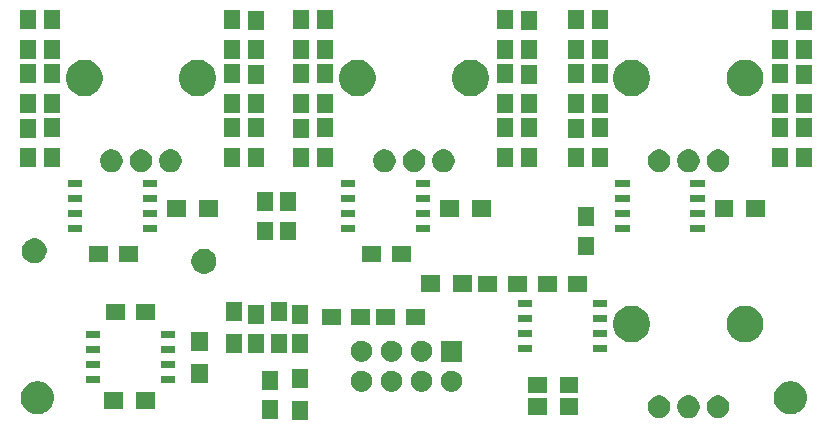
<source format=gbr>
G04 #@! TF.GenerationSoftware,KiCad,Pcbnew,5.1.5-52549c5~86~ubuntu18.04.1*
G04 #@! TF.CreationDate,2020-05-17T18:15:10-04:00*
G04 #@! TF.ProjectId,RX EQ Shield,52582045-5120-4536-9869-656c642e6b69,rev?*
G04 #@! TF.SameCoordinates,Original*
G04 #@! TF.FileFunction,Soldermask,Top*
G04 #@! TF.FilePolarity,Negative*
%FSLAX46Y46*%
G04 Gerber Fmt 4.6, Leading zero omitted, Abs format (unit mm)*
G04 Created by KiCad (PCBNEW 5.1.5-52549c5~86~ubuntu18.04.1) date 2020-05-17 18:15:10*
%MOMM*%
%LPD*%
G04 APERTURE LIST*
%ADD10C,0.100000*%
G04 APERTURE END LIST*
D10*
G36*
X127574000Y-156329000D02*
G01*
X126172000Y-156329000D01*
X126172000Y-154727000D01*
X127574000Y-154727000D01*
X127574000Y-156329000D01*
G37*
G36*
X125009000Y-156249000D02*
G01*
X123657000Y-156249000D01*
X123657000Y-154647000D01*
X125009000Y-154647000D01*
X125009000Y-156249000D01*
G37*
G36*
X160043395Y-154279546D02*
G01*
X160216466Y-154351234D01*
X160216467Y-154351235D01*
X160372227Y-154455310D01*
X160504690Y-154587773D01*
X160504691Y-154587775D01*
X160608766Y-154743534D01*
X160680454Y-154916605D01*
X160717000Y-155100333D01*
X160717000Y-155287667D01*
X160680454Y-155471395D01*
X160608766Y-155644466D01*
X160589332Y-155673551D01*
X160504690Y-155800227D01*
X160372227Y-155932690D01*
X160293818Y-155985081D01*
X160216466Y-156036766D01*
X160043395Y-156108454D01*
X159859667Y-156145000D01*
X159672333Y-156145000D01*
X159488605Y-156108454D01*
X159315534Y-156036766D01*
X159238182Y-155985081D01*
X159159773Y-155932690D01*
X159027310Y-155800227D01*
X158942668Y-155673551D01*
X158923234Y-155644466D01*
X158851546Y-155471395D01*
X158815000Y-155287667D01*
X158815000Y-155100333D01*
X158851546Y-154916605D01*
X158923234Y-154743534D01*
X159027309Y-154587775D01*
X159027310Y-154587773D01*
X159159773Y-154455310D01*
X159315533Y-154351235D01*
X159315534Y-154351234D01*
X159488605Y-154279546D01*
X159672333Y-154243000D01*
X159859667Y-154243000D01*
X160043395Y-154279546D01*
G37*
G36*
X162543395Y-154279546D02*
G01*
X162716466Y-154351234D01*
X162716467Y-154351235D01*
X162872227Y-154455310D01*
X163004690Y-154587773D01*
X163004691Y-154587775D01*
X163108766Y-154743534D01*
X163180454Y-154916605D01*
X163217000Y-155100333D01*
X163217000Y-155287667D01*
X163180454Y-155471395D01*
X163108766Y-155644466D01*
X163089332Y-155673551D01*
X163004690Y-155800227D01*
X162872227Y-155932690D01*
X162793818Y-155985081D01*
X162716466Y-156036766D01*
X162543395Y-156108454D01*
X162359667Y-156145000D01*
X162172333Y-156145000D01*
X161988605Y-156108454D01*
X161815534Y-156036766D01*
X161738182Y-155985081D01*
X161659773Y-155932690D01*
X161527310Y-155800227D01*
X161442668Y-155673551D01*
X161423234Y-155644466D01*
X161351546Y-155471395D01*
X161315000Y-155287667D01*
X161315000Y-155100333D01*
X161351546Y-154916605D01*
X161423234Y-154743534D01*
X161527309Y-154587775D01*
X161527310Y-154587773D01*
X161659773Y-154455310D01*
X161815533Y-154351235D01*
X161815534Y-154351234D01*
X161988605Y-154279546D01*
X162172333Y-154243000D01*
X162359667Y-154243000D01*
X162543395Y-154279546D01*
G37*
G36*
X157543395Y-154279546D02*
G01*
X157716466Y-154351234D01*
X157716467Y-154351235D01*
X157872227Y-154455310D01*
X158004690Y-154587773D01*
X158004691Y-154587775D01*
X158108766Y-154743534D01*
X158180454Y-154916605D01*
X158217000Y-155100333D01*
X158217000Y-155287667D01*
X158180454Y-155471395D01*
X158108766Y-155644466D01*
X158089332Y-155673551D01*
X158004690Y-155800227D01*
X157872227Y-155932690D01*
X157793818Y-155985081D01*
X157716466Y-156036766D01*
X157543395Y-156108454D01*
X157359667Y-156145000D01*
X157172333Y-156145000D01*
X156988605Y-156108454D01*
X156815534Y-156036766D01*
X156738182Y-155985081D01*
X156659773Y-155932690D01*
X156527310Y-155800227D01*
X156442668Y-155673551D01*
X156423234Y-155644466D01*
X156351546Y-155471395D01*
X156315000Y-155287667D01*
X156315000Y-155100333D01*
X156351546Y-154916605D01*
X156423234Y-154743534D01*
X156527309Y-154587775D01*
X156527310Y-154587773D01*
X156659773Y-154455310D01*
X156815533Y-154351235D01*
X156815534Y-154351234D01*
X156988605Y-154279546D01*
X157172333Y-154243000D01*
X157359667Y-154243000D01*
X157543395Y-154279546D01*
G37*
G36*
X150455000Y-155895000D02*
G01*
X148853000Y-155895000D01*
X148853000Y-154493000D01*
X150455000Y-154493000D01*
X150455000Y-155895000D01*
G37*
G36*
X147755000Y-155895000D02*
G01*
X146153000Y-155895000D01*
X146153000Y-154493000D01*
X147755000Y-154493000D01*
X147755000Y-155895000D01*
G37*
G36*
X168720433Y-153066893D02*
G01*
X168810657Y-153084839D01*
X168904574Y-153123741D01*
X169065621Y-153190449D01*
X169099371Y-153213000D01*
X169295086Y-153343772D01*
X169490228Y-153538914D01*
X169537294Y-153609354D01*
X169643551Y-153768379D01*
X169698640Y-153901375D01*
X169749161Y-154023343D01*
X169767107Y-154113567D01*
X169803000Y-154294012D01*
X169803000Y-154569988D01*
X169749161Y-154840656D01*
X169643551Y-155095621D01*
X169640401Y-155100335D01*
X169490228Y-155325086D01*
X169295086Y-155520228D01*
X169141763Y-155622675D01*
X169065621Y-155673551D01*
X168916267Y-155735415D01*
X168810657Y-155779161D01*
X168720433Y-155797107D01*
X168539988Y-155833000D01*
X168264012Y-155833000D01*
X168083567Y-155797107D01*
X167993343Y-155779161D01*
X167887733Y-155735415D01*
X167738379Y-155673551D01*
X167662237Y-155622675D01*
X167508914Y-155520228D01*
X167313772Y-155325086D01*
X167163599Y-155100335D01*
X167160449Y-155095621D01*
X167054839Y-154840656D01*
X167001000Y-154569988D01*
X167001000Y-154294012D01*
X167036893Y-154113567D01*
X167054839Y-154023343D01*
X167105360Y-153901375D01*
X167160449Y-153768379D01*
X167266706Y-153609354D01*
X167313772Y-153538914D01*
X167508914Y-153343772D01*
X167704629Y-153213000D01*
X167738379Y-153190449D01*
X167899426Y-153123741D01*
X167993343Y-153084839D01*
X168083567Y-153066893D01*
X168264012Y-153031000D01*
X168539988Y-153031000D01*
X168720433Y-153066893D01*
G37*
G36*
X104966433Y-153066893D02*
G01*
X105056657Y-153084839D01*
X105150574Y-153123741D01*
X105311621Y-153190449D01*
X105345371Y-153213000D01*
X105541086Y-153343772D01*
X105736228Y-153538914D01*
X105783294Y-153609354D01*
X105889551Y-153768379D01*
X105944640Y-153901375D01*
X105995161Y-154023343D01*
X106013107Y-154113567D01*
X106049000Y-154294012D01*
X106049000Y-154569988D01*
X105995161Y-154840656D01*
X105889551Y-155095621D01*
X105886401Y-155100335D01*
X105736228Y-155325086D01*
X105541086Y-155520228D01*
X105387763Y-155622675D01*
X105311621Y-155673551D01*
X105162267Y-155735415D01*
X105056657Y-155779161D01*
X104966433Y-155797107D01*
X104785988Y-155833000D01*
X104510012Y-155833000D01*
X104329567Y-155797107D01*
X104239343Y-155779161D01*
X104133733Y-155735415D01*
X103984379Y-155673551D01*
X103908237Y-155622675D01*
X103754914Y-155520228D01*
X103559772Y-155325086D01*
X103409599Y-155100335D01*
X103406449Y-155095621D01*
X103300839Y-154840656D01*
X103247000Y-154569988D01*
X103247000Y-154294012D01*
X103282893Y-154113567D01*
X103300839Y-154023343D01*
X103351360Y-153901375D01*
X103406449Y-153768379D01*
X103512706Y-153609354D01*
X103559772Y-153538914D01*
X103754914Y-153343772D01*
X103950629Y-153213000D01*
X103984379Y-153190449D01*
X104145426Y-153123741D01*
X104239343Y-153084839D01*
X104329567Y-153066893D01*
X104510012Y-153031000D01*
X104785988Y-153031000D01*
X104966433Y-153066893D01*
G37*
G36*
X111893000Y-155387000D02*
G01*
X110291000Y-155387000D01*
X110291000Y-153985000D01*
X111893000Y-153985000D01*
X111893000Y-155387000D01*
G37*
G36*
X114593000Y-155387000D02*
G01*
X112991000Y-155387000D01*
X112991000Y-153985000D01*
X114593000Y-153985000D01*
X114593000Y-155387000D01*
G37*
G36*
X150455000Y-154047000D02*
G01*
X148853000Y-154047000D01*
X148853000Y-152645000D01*
X150455000Y-152645000D01*
X150455000Y-154047000D01*
G37*
G36*
X147755000Y-154047000D02*
G01*
X146153000Y-154047000D01*
X146153000Y-152645000D01*
X147755000Y-152645000D01*
X147755000Y-154047000D01*
G37*
G36*
X132193512Y-152138927D02*
G01*
X132342812Y-152168624D01*
X132506784Y-152236544D01*
X132654354Y-152335147D01*
X132779853Y-152460646D01*
X132878456Y-152608216D01*
X132946376Y-152772188D01*
X132981000Y-152946259D01*
X132981000Y-153123741D01*
X132946376Y-153297812D01*
X132878456Y-153461784D01*
X132779853Y-153609354D01*
X132654354Y-153734853D01*
X132506784Y-153833456D01*
X132342812Y-153901376D01*
X132193512Y-153931073D01*
X132168742Y-153936000D01*
X131991258Y-153936000D01*
X131966488Y-153931073D01*
X131817188Y-153901376D01*
X131653216Y-153833456D01*
X131505646Y-153734853D01*
X131380147Y-153609354D01*
X131281544Y-153461784D01*
X131213624Y-153297812D01*
X131179000Y-153123741D01*
X131179000Y-152946259D01*
X131213624Y-152772188D01*
X131281544Y-152608216D01*
X131380147Y-152460646D01*
X131505646Y-152335147D01*
X131653216Y-152236544D01*
X131817188Y-152168624D01*
X131966488Y-152138927D01*
X131991258Y-152134000D01*
X132168742Y-152134000D01*
X132193512Y-152138927D01*
G37*
G36*
X137273512Y-152138927D02*
G01*
X137422812Y-152168624D01*
X137586784Y-152236544D01*
X137734354Y-152335147D01*
X137859853Y-152460646D01*
X137958456Y-152608216D01*
X138026376Y-152772188D01*
X138061000Y-152946259D01*
X138061000Y-153123741D01*
X138026376Y-153297812D01*
X137958456Y-153461784D01*
X137859853Y-153609354D01*
X137734354Y-153734853D01*
X137586784Y-153833456D01*
X137422812Y-153901376D01*
X137273512Y-153931073D01*
X137248742Y-153936000D01*
X137071258Y-153936000D01*
X137046488Y-153931073D01*
X136897188Y-153901376D01*
X136733216Y-153833456D01*
X136585646Y-153734853D01*
X136460147Y-153609354D01*
X136361544Y-153461784D01*
X136293624Y-153297812D01*
X136259000Y-153123741D01*
X136259000Y-152946259D01*
X136293624Y-152772188D01*
X136361544Y-152608216D01*
X136460147Y-152460646D01*
X136585646Y-152335147D01*
X136733216Y-152236544D01*
X136897188Y-152168624D01*
X137046488Y-152138927D01*
X137071258Y-152134000D01*
X137248742Y-152134000D01*
X137273512Y-152138927D01*
G37*
G36*
X134733512Y-152138927D02*
G01*
X134882812Y-152168624D01*
X135046784Y-152236544D01*
X135194354Y-152335147D01*
X135319853Y-152460646D01*
X135418456Y-152608216D01*
X135486376Y-152772188D01*
X135521000Y-152946259D01*
X135521000Y-153123741D01*
X135486376Y-153297812D01*
X135418456Y-153461784D01*
X135319853Y-153609354D01*
X135194354Y-153734853D01*
X135046784Y-153833456D01*
X134882812Y-153901376D01*
X134733512Y-153931073D01*
X134708742Y-153936000D01*
X134531258Y-153936000D01*
X134506488Y-153931073D01*
X134357188Y-153901376D01*
X134193216Y-153833456D01*
X134045646Y-153734853D01*
X133920147Y-153609354D01*
X133821544Y-153461784D01*
X133753624Y-153297812D01*
X133719000Y-153123741D01*
X133719000Y-152946259D01*
X133753624Y-152772188D01*
X133821544Y-152608216D01*
X133920147Y-152460646D01*
X134045646Y-152335147D01*
X134193216Y-152236544D01*
X134357188Y-152168624D01*
X134506488Y-152138927D01*
X134531258Y-152134000D01*
X134708742Y-152134000D01*
X134733512Y-152138927D01*
G37*
G36*
X139813512Y-152138927D02*
G01*
X139962812Y-152168624D01*
X140126784Y-152236544D01*
X140274354Y-152335147D01*
X140399853Y-152460646D01*
X140498456Y-152608216D01*
X140566376Y-152772188D01*
X140601000Y-152946259D01*
X140601000Y-153123741D01*
X140566376Y-153297812D01*
X140498456Y-153461784D01*
X140399853Y-153609354D01*
X140274354Y-153734853D01*
X140126784Y-153833456D01*
X139962812Y-153901376D01*
X139813512Y-153931073D01*
X139788742Y-153936000D01*
X139611258Y-153936000D01*
X139586488Y-153931073D01*
X139437188Y-153901376D01*
X139273216Y-153833456D01*
X139125646Y-153734853D01*
X139000147Y-153609354D01*
X138901544Y-153461784D01*
X138833624Y-153297812D01*
X138799000Y-153123741D01*
X138799000Y-152946259D01*
X138833624Y-152772188D01*
X138901544Y-152608216D01*
X139000147Y-152460646D01*
X139125646Y-152335147D01*
X139273216Y-152236544D01*
X139437188Y-152168624D01*
X139586488Y-152138927D01*
X139611258Y-152134000D01*
X139788742Y-152134000D01*
X139813512Y-152138927D01*
G37*
G36*
X125009000Y-153749000D02*
G01*
X123657000Y-153749000D01*
X123657000Y-152147000D01*
X125009000Y-152147000D01*
X125009000Y-153749000D01*
G37*
G36*
X127574000Y-153629000D02*
G01*
X126172000Y-153629000D01*
X126172000Y-152027000D01*
X127574000Y-152027000D01*
X127574000Y-153629000D01*
G37*
G36*
X109969500Y-153213000D02*
G01*
X108724500Y-153213000D01*
X108724500Y-152603000D01*
X109969500Y-152603000D01*
X109969500Y-153213000D01*
G37*
G36*
X116319500Y-153213000D02*
G01*
X115074500Y-153213000D01*
X115074500Y-152603000D01*
X116319500Y-152603000D01*
X116319500Y-153213000D01*
G37*
G36*
X119065000Y-153201000D02*
G01*
X117663000Y-153201000D01*
X117663000Y-151599000D01*
X119065000Y-151599000D01*
X119065000Y-153201000D01*
G37*
G36*
X116319500Y-151943000D02*
G01*
X115074500Y-151943000D01*
X115074500Y-151333000D01*
X116319500Y-151333000D01*
X116319500Y-151943000D01*
G37*
G36*
X109969500Y-151943000D02*
G01*
X108724500Y-151943000D01*
X108724500Y-151333000D01*
X109969500Y-151333000D01*
X109969500Y-151943000D01*
G37*
G36*
X132193512Y-149598927D02*
G01*
X132342812Y-149628624D01*
X132506784Y-149696544D01*
X132654354Y-149795147D01*
X132779853Y-149920646D01*
X132878456Y-150068216D01*
X132946376Y-150232188D01*
X132981000Y-150406259D01*
X132981000Y-150583741D01*
X132946376Y-150757812D01*
X132878456Y-150921784D01*
X132779853Y-151069354D01*
X132654354Y-151194853D01*
X132506784Y-151293456D01*
X132342812Y-151361376D01*
X132193512Y-151391073D01*
X132168742Y-151396000D01*
X131991258Y-151396000D01*
X131966488Y-151391073D01*
X131817188Y-151361376D01*
X131653216Y-151293456D01*
X131505646Y-151194853D01*
X131380147Y-151069354D01*
X131281544Y-150921784D01*
X131213624Y-150757812D01*
X131179000Y-150583741D01*
X131179000Y-150406259D01*
X131213624Y-150232188D01*
X131281544Y-150068216D01*
X131380147Y-149920646D01*
X131505646Y-149795147D01*
X131653216Y-149696544D01*
X131817188Y-149628624D01*
X131966488Y-149598927D01*
X131991258Y-149594000D01*
X132168742Y-149594000D01*
X132193512Y-149598927D01*
G37*
G36*
X134733512Y-149598927D02*
G01*
X134882812Y-149628624D01*
X135046784Y-149696544D01*
X135194354Y-149795147D01*
X135319853Y-149920646D01*
X135418456Y-150068216D01*
X135486376Y-150232188D01*
X135521000Y-150406259D01*
X135521000Y-150583741D01*
X135486376Y-150757812D01*
X135418456Y-150921784D01*
X135319853Y-151069354D01*
X135194354Y-151194853D01*
X135046784Y-151293456D01*
X134882812Y-151361376D01*
X134733512Y-151391073D01*
X134708742Y-151396000D01*
X134531258Y-151396000D01*
X134506488Y-151391073D01*
X134357188Y-151361376D01*
X134193216Y-151293456D01*
X134045646Y-151194853D01*
X133920147Y-151069354D01*
X133821544Y-150921784D01*
X133753624Y-150757812D01*
X133719000Y-150583741D01*
X133719000Y-150406259D01*
X133753624Y-150232188D01*
X133821544Y-150068216D01*
X133920147Y-149920646D01*
X134045646Y-149795147D01*
X134193216Y-149696544D01*
X134357188Y-149628624D01*
X134506488Y-149598927D01*
X134531258Y-149594000D01*
X134708742Y-149594000D01*
X134733512Y-149598927D01*
G37*
G36*
X137273512Y-149598927D02*
G01*
X137422812Y-149628624D01*
X137586784Y-149696544D01*
X137734354Y-149795147D01*
X137859853Y-149920646D01*
X137958456Y-150068216D01*
X138026376Y-150232188D01*
X138061000Y-150406259D01*
X138061000Y-150583741D01*
X138026376Y-150757812D01*
X137958456Y-150921784D01*
X137859853Y-151069354D01*
X137734354Y-151194853D01*
X137586784Y-151293456D01*
X137422812Y-151361376D01*
X137273512Y-151391073D01*
X137248742Y-151396000D01*
X137071258Y-151396000D01*
X137046488Y-151391073D01*
X136897188Y-151361376D01*
X136733216Y-151293456D01*
X136585646Y-151194853D01*
X136460147Y-151069354D01*
X136361544Y-150921784D01*
X136293624Y-150757812D01*
X136259000Y-150583741D01*
X136259000Y-150406259D01*
X136293624Y-150232188D01*
X136361544Y-150068216D01*
X136460147Y-149920646D01*
X136585646Y-149795147D01*
X136733216Y-149696544D01*
X136897188Y-149628624D01*
X137046488Y-149598927D01*
X137071258Y-149594000D01*
X137248742Y-149594000D01*
X137273512Y-149598927D01*
G37*
G36*
X140601000Y-151396000D02*
G01*
X138799000Y-151396000D01*
X138799000Y-149594000D01*
X140601000Y-149594000D01*
X140601000Y-151396000D01*
G37*
G36*
X109969500Y-150673000D02*
G01*
X108724500Y-150673000D01*
X108724500Y-150063000D01*
X109969500Y-150063000D01*
X109969500Y-150673000D01*
G37*
G36*
X116319500Y-150673000D02*
G01*
X115074500Y-150673000D01*
X115074500Y-150063000D01*
X116319500Y-150063000D01*
X116319500Y-150673000D01*
G37*
G36*
X121986000Y-150661000D02*
G01*
X120584000Y-150661000D01*
X120584000Y-149059000D01*
X121986000Y-149059000D01*
X121986000Y-150661000D01*
G37*
G36*
X127549000Y-150661000D02*
G01*
X126197000Y-150661000D01*
X126197000Y-149059000D01*
X127549000Y-149059000D01*
X127549000Y-150661000D01*
G37*
G36*
X125796000Y-150661000D02*
G01*
X124394000Y-150661000D01*
X124394000Y-149059000D01*
X125796000Y-149059000D01*
X125796000Y-150661000D01*
G37*
G36*
X123866000Y-150661000D02*
G01*
X122514000Y-150661000D01*
X122514000Y-149059000D01*
X123866000Y-149059000D01*
X123866000Y-150661000D01*
G37*
G36*
X146545500Y-150546000D02*
G01*
X145300500Y-150546000D01*
X145300500Y-149936000D01*
X146545500Y-149936000D01*
X146545500Y-150546000D01*
G37*
G36*
X152895500Y-150546000D02*
G01*
X151650500Y-150546000D01*
X151650500Y-149936000D01*
X152895500Y-149936000D01*
X152895500Y-150546000D01*
G37*
G36*
X119065000Y-150501000D02*
G01*
X117663000Y-150501000D01*
X117663000Y-148899000D01*
X119065000Y-148899000D01*
X119065000Y-150501000D01*
G37*
G36*
X164868585Y-146672802D02*
G01*
X165018410Y-146702604D01*
X165300674Y-146819521D01*
X165554705Y-146989259D01*
X165770741Y-147205295D01*
X165940479Y-147459326D01*
X166057396Y-147741590D01*
X166117000Y-148041240D01*
X166117000Y-148346760D01*
X166057396Y-148646410D01*
X165940479Y-148928674D01*
X165770741Y-149182705D01*
X165554705Y-149398741D01*
X165300674Y-149568479D01*
X165018410Y-149685396D01*
X164962365Y-149696544D01*
X164718761Y-149745000D01*
X164413239Y-149745000D01*
X164169635Y-149696544D01*
X164113590Y-149685396D01*
X163831326Y-149568479D01*
X163577295Y-149398741D01*
X163361259Y-149182705D01*
X163191521Y-148928674D01*
X163074604Y-148646410D01*
X163015000Y-148346760D01*
X163015000Y-148041240D01*
X163074604Y-147741590D01*
X163191521Y-147459326D01*
X163361259Y-147205295D01*
X163577295Y-146989259D01*
X163831326Y-146819521D01*
X164113590Y-146702604D01*
X164263415Y-146672802D01*
X164413239Y-146643000D01*
X164718761Y-146643000D01*
X164868585Y-146672802D01*
G37*
G36*
X155268585Y-146672802D02*
G01*
X155418410Y-146702604D01*
X155700674Y-146819521D01*
X155954705Y-146989259D01*
X156170741Y-147205295D01*
X156340479Y-147459326D01*
X156457396Y-147741590D01*
X156517000Y-148041240D01*
X156517000Y-148346760D01*
X156457396Y-148646410D01*
X156340479Y-148928674D01*
X156170741Y-149182705D01*
X155954705Y-149398741D01*
X155700674Y-149568479D01*
X155418410Y-149685396D01*
X155362365Y-149696544D01*
X155118761Y-149745000D01*
X154813239Y-149745000D01*
X154569635Y-149696544D01*
X154513590Y-149685396D01*
X154231326Y-149568479D01*
X153977295Y-149398741D01*
X153761259Y-149182705D01*
X153591521Y-148928674D01*
X153474604Y-148646410D01*
X153415000Y-148346760D01*
X153415000Y-148041240D01*
X153474604Y-147741590D01*
X153591521Y-147459326D01*
X153761259Y-147205295D01*
X153977295Y-146989259D01*
X154231326Y-146819521D01*
X154513590Y-146702604D01*
X154663415Y-146672802D01*
X154813239Y-146643000D01*
X155118761Y-146643000D01*
X155268585Y-146672802D01*
G37*
G36*
X109969500Y-149403000D02*
G01*
X108724500Y-149403000D01*
X108724500Y-148793000D01*
X109969500Y-148793000D01*
X109969500Y-149403000D01*
G37*
G36*
X116319500Y-149403000D02*
G01*
X115074500Y-149403000D01*
X115074500Y-148793000D01*
X116319500Y-148793000D01*
X116319500Y-149403000D01*
G37*
G36*
X152895500Y-149276000D02*
G01*
X151650500Y-149276000D01*
X151650500Y-148666000D01*
X152895500Y-148666000D01*
X152895500Y-149276000D01*
G37*
G36*
X146545500Y-149276000D02*
G01*
X145300500Y-149276000D01*
X145300500Y-148666000D01*
X146545500Y-148666000D01*
X146545500Y-149276000D01*
G37*
G36*
X134953000Y-148250000D02*
G01*
X133351000Y-148250000D01*
X133351000Y-146898000D01*
X134953000Y-146898000D01*
X134953000Y-148250000D01*
G37*
G36*
X130341000Y-148250000D02*
G01*
X128739000Y-148250000D01*
X128739000Y-146898000D01*
X130341000Y-146898000D01*
X130341000Y-148250000D01*
G37*
G36*
X132841000Y-148250000D02*
G01*
X131239000Y-148250000D01*
X131239000Y-146898000D01*
X132841000Y-146898000D01*
X132841000Y-148250000D01*
G37*
G36*
X137453000Y-148250000D02*
G01*
X135851000Y-148250000D01*
X135851000Y-146898000D01*
X137453000Y-146898000D01*
X137453000Y-148250000D01*
G37*
G36*
X123866000Y-148161000D02*
G01*
X122514000Y-148161000D01*
X122514000Y-146559000D01*
X123866000Y-146559000D01*
X123866000Y-148161000D01*
G37*
G36*
X127549000Y-148161000D02*
G01*
X126197000Y-148161000D01*
X126197000Y-146559000D01*
X127549000Y-146559000D01*
X127549000Y-148161000D01*
G37*
G36*
X146545500Y-148006000D02*
G01*
X145300500Y-148006000D01*
X145300500Y-147396000D01*
X146545500Y-147396000D01*
X146545500Y-148006000D01*
G37*
G36*
X152895500Y-148006000D02*
G01*
X151650500Y-148006000D01*
X151650500Y-147396000D01*
X152895500Y-147396000D01*
X152895500Y-148006000D01*
G37*
G36*
X121986000Y-147961000D02*
G01*
X120584000Y-147961000D01*
X120584000Y-146359000D01*
X121986000Y-146359000D01*
X121986000Y-147961000D01*
G37*
G36*
X125796000Y-147961000D02*
G01*
X124394000Y-147961000D01*
X124394000Y-146359000D01*
X125796000Y-146359000D01*
X125796000Y-147961000D01*
G37*
G36*
X114573000Y-147869000D02*
G01*
X112971000Y-147869000D01*
X112971000Y-146517000D01*
X114573000Y-146517000D01*
X114573000Y-147869000D01*
G37*
G36*
X112073000Y-147869000D02*
G01*
X110471000Y-147869000D01*
X110471000Y-146517000D01*
X112073000Y-146517000D01*
X112073000Y-147869000D01*
G37*
G36*
X152895500Y-146736000D02*
G01*
X151650500Y-146736000D01*
X151650500Y-146126000D01*
X152895500Y-146126000D01*
X152895500Y-146736000D01*
G37*
G36*
X146545500Y-146736000D02*
G01*
X145300500Y-146736000D01*
X145300500Y-146126000D01*
X146545500Y-146126000D01*
X146545500Y-146736000D01*
G37*
G36*
X138723000Y-145481000D02*
G01*
X137121000Y-145481000D01*
X137121000Y-144079000D01*
X138723000Y-144079000D01*
X138723000Y-145481000D01*
G37*
G36*
X141423000Y-145481000D02*
G01*
X139821000Y-145481000D01*
X139821000Y-144079000D01*
X141423000Y-144079000D01*
X141423000Y-145481000D01*
G37*
G36*
X151169000Y-145456000D02*
G01*
X149567000Y-145456000D01*
X149567000Y-144104000D01*
X151169000Y-144104000D01*
X151169000Y-145456000D01*
G37*
G36*
X148669000Y-145456000D02*
G01*
X147067000Y-145456000D01*
X147067000Y-144104000D01*
X148669000Y-144104000D01*
X148669000Y-145456000D01*
G37*
G36*
X143589000Y-145456000D02*
G01*
X141987000Y-145456000D01*
X141987000Y-144104000D01*
X143589000Y-144104000D01*
X143589000Y-145456000D01*
G37*
G36*
X146089000Y-145456000D02*
G01*
X144487000Y-145456000D01*
X144487000Y-144104000D01*
X146089000Y-144104000D01*
X146089000Y-145456000D01*
G37*
G36*
X119051564Y-141864389D02*
G01*
X119242833Y-141943615D01*
X119242835Y-141943616D01*
X119414973Y-142058635D01*
X119561365Y-142205027D01*
X119676385Y-142377167D01*
X119755611Y-142568436D01*
X119796000Y-142771484D01*
X119796000Y-142978516D01*
X119755611Y-143181564D01*
X119676385Y-143372833D01*
X119676384Y-143372835D01*
X119561365Y-143544973D01*
X119414973Y-143691365D01*
X119242835Y-143806384D01*
X119242834Y-143806385D01*
X119242833Y-143806385D01*
X119051564Y-143885611D01*
X118848516Y-143926000D01*
X118641484Y-143926000D01*
X118438436Y-143885611D01*
X118247167Y-143806385D01*
X118247166Y-143806385D01*
X118247165Y-143806384D01*
X118075027Y-143691365D01*
X117928635Y-143544973D01*
X117813616Y-143372835D01*
X117813615Y-143372833D01*
X117734389Y-143181564D01*
X117694000Y-142978516D01*
X117694000Y-142771484D01*
X117734389Y-142568436D01*
X117813615Y-142377167D01*
X117928635Y-142205027D01*
X118075027Y-142058635D01*
X118247165Y-141943616D01*
X118247167Y-141943615D01*
X118438436Y-141864389D01*
X118641484Y-141824000D01*
X118848516Y-141824000D01*
X119051564Y-141864389D01*
G37*
G36*
X104700564Y-140975389D02*
G01*
X104891833Y-141054615D01*
X104891835Y-141054616D01*
X105063973Y-141169635D01*
X105210365Y-141316027D01*
X105325385Y-141488167D01*
X105404611Y-141679436D01*
X105445000Y-141882484D01*
X105445000Y-142089516D01*
X105404611Y-142292564D01*
X105325385Y-142483833D01*
X105325384Y-142483835D01*
X105210365Y-142655973D01*
X105063973Y-142802365D01*
X104891835Y-142917384D01*
X104891834Y-142917385D01*
X104891833Y-142917385D01*
X104700564Y-142996611D01*
X104497516Y-143037000D01*
X104290484Y-143037000D01*
X104087436Y-142996611D01*
X103896167Y-142917385D01*
X103896166Y-142917385D01*
X103896165Y-142917384D01*
X103724027Y-142802365D01*
X103577635Y-142655973D01*
X103462616Y-142483835D01*
X103462615Y-142483833D01*
X103383389Y-142292564D01*
X103343000Y-142089516D01*
X103343000Y-141882484D01*
X103383389Y-141679436D01*
X103462615Y-141488167D01*
X103577635Y-141316027D01*
X103724027Y-141169635D01*
X103896165Y-141054616D01*
X103896167Y-141054615D01*
X104087436Y-140975389D01*
X104290484Y-140935000D01*
X104497516Y-140935000D01*
X104700564Y-140975389D01*
G37*
G36*
X110656000Y-142916000D02*
G01*
X109054000Y-142916000D01*
X109054000Y-141564000D01*
X110656000Y-141564000D01*
X110656000Y-142916000D01*
G37*
G36*
X136270000Y-142916000D02*
G01*
X134668000Y-142916000D01*
X134668000Y-141564000D01*
X136270000Y-141564000D01*
X136270000Y-142916000D01*
G37*
G36*
X133770000Y-142916000D02*
G01*
X132168000Y-142916000D01*
X132168000Y-141564000D01*
X133770000Y-141564000D01*
X133770000Y-142916000D01*
G37*
G36*
X113156000Y-142916000D02*
G01*
X111554000Y-142916000D01*
X111554000Y-141564000D01*
X113156000Y-141564000D01*
X113156000Y-142916000D01*
G37*
G36*
X151806000Y-142386000D02*
G01*
X150454000Y-142386000D01*
X150454000Y-140784000D01*
X151806000Y-140784000D01*
X151806000Y-142386000D01*
G37*
G36*
X124628000Y-141116000D02*
G01*
X123276000Y-141116000D01*
X123276000Y-139514000D01*
X124628000Y-139514000D01*
X124628000Y-141116000D01*
G37*
G36*
X126533000Y-141116000D02*
G01*
X125181000Y-141116000D01*
X125181000Y-139514000D01*
X126533000Y-139514000D01*
X126533000Y-141116000D01*
G37*
G36*
X131559500Y-140386000D02*
G01*
X130314500Y-140386000D01*
X130314500Y-139776000D01*
X131559500Y-139776000D01*
X131559500Y-140386000D01*
G37*
G36*
X114795500Y-140386000D02*
G01*
X113550500Y-140386000D01*
X113550500Y-139776000D01*
X114795500Y-139776000D01*
X114795500Y-140386000D01*
G37*
G36*
X108445500Y-140386000D02*
G01*
X107200500Y-140386000D01*
X107200500Y-139776000D01*
X108445500Y-139776000D01*
X108445500Y-140386000D01*
G37*
G36*
X137909500Y-140386000D02*
G01*
X136664500Y-140386000D01*
X136664500Y-139776000D01*
X137909500Y-139776000D01*
X137909500Y-140386000D01*
G37*
G36*
X154800500Y-140386000D02*
G01*
X153555500Y-140386000D01*
X153555500Y-139776000D01*
X154800500Y-139776000D01*
X154800500Y-140386000D01*
G37*
G36*
X161150500Y-140386000D02*
G01*
X159905500Y-140386000D01*
X159905500Y-139776000D01*
X161150500Y-139776000D01*
X161150500Y-140386000D01*
G37*
G36*
X151806000Y-139886000D02*
G01*
X150454000Y-139886000D01*
X150454000Y-138284000D01*
X151806000Y-138284000D01*
X151806000Y-139886000D01*
G37*
G36*
X166282000Y-139131000D02*
G01*
X164680000Y-139131000D01*
X164680000Y-137729000D01*
X166282000Y-137729000D01*
X166282000Y-139131000D01*
G37*
G36*
X140341000Y-139131000D02*
G01*
X138739000Y-139131000D01*
X138739000Y-137729000D01*
X140341000Y-137729000D01*
X140341000Y-139131000D01*
G37*
G36*
X163582000Y-139131000D02*
G01*
X161980000Y-139131000D01*
X161980000Y-137729000D01*
X163582000Y-137729000D01*
X163582000Y-139131000D01*
G37*
G36*
X143041000Y-139131000D02*
G01*
X141439000Y-139131000D01*
X141439000Y-137729000D01*
X143041000Y-137729000D01*
X143041000Y-139131000D01*
G37*
G36*
X119927000Y-139131000D02*
G01*
X118325000Y-139131000D01*
X118325000Y-137729000D01*
X119927000Y-137729000D01*
X119927000Y-139131000D01*
G37*
G36*
X117227000Y-139131000D02*
G01*
X115625000Y-139131000D01*
X115625000Y-137729000D01*
X117227000Y-137729000D01*
X117227000Y-139131000D01*
G37*
G36*
X154800500Y-139116000D02*
G01*
X153555500Y-139116000D01*
X153555500Y-138506000D01*
X154800500Y-138506000D01*
X154800500Y-139116000D01*
G37*
G36*
X108445500Y-139116000D02*
G01*
X107200500Y-139116000D01*
X107200500Y-138506000D01*
X108445500Y-138506000D01*
X108445500Y-139116000D01*
G37*
G36*
X161150500Y-139116000D02*
G01*
X159905500Y-139116000D01*
X159905500Y-138506000D01*
X161150500Y-138506000D01*
X161150500Y-139116000D01*
G37*
G36*
X114795500Y-139116000D02*
G01*
X113550500Y-139116000D01*
X113550500Y-138506000D01*
X114795500Y-138506000D01*
X114795500Y-139116000D01*
G37*
G36*
X131559500Y-139116000D02*
G01*
X130314500Y-139116000D01*
X130314500Y-138506000D01*
X131559500Y-138506000D01*
X131559500Y-139116000D01*
G37*
G36*
X137909500Y-139116000D02*
G01*
X136664500Y-139116000D01*
X136664500Y-138506000D01*
X137909500Y-138506000D01*
X137909500Y-139116000D01*
G37*
G36*
X126533000Y-138616000D02*
G01*
X125181000Y-138616000D01*
X125181000Y-137014000D01*
X126533000Y-137014000D01*
X126533000Y-138616000D01*
G37*
G36*
X124628000Y-138616000D02*
G01*
X123276000Y-138616000D01*
X123276000Y-137014000D01*
X124628000Y-137014000D01*
X124628000Y-138616000D01*
G37*
G36*
X114795500Y-137846000D02*
G01*
X113550500Y-137846000D01*
X113550500Y-137236000D01*
X114795500Y-137236000D01*
X114795500Y-137846000D01*
G37*
G36*
X108445500Y-137846000D02*
G01*
X107200500Y-137846000D01*
X107200500Y-137236000D01*
X108445500Y-137236000D01*
X108445500Y-137846000D01*
G37*
G36*
X131559500Y-137846000D02*
G01*
X130314500Y-137846000D01*
X130314500Y-137236000D01*
X131559500Y-137236000D01*
X131559500Y-137846000D01*
G37*
G36*
X154800500Y-137846000D02*
G01*
X153555500Y-137846000D01*
X153555500Y-137236000D01*
X154800500Y-137236000D01*
X154800500Y-137846000D01*
G37*
G36*
X161150500Y-137846000D02*
G01*
X159905500Y-137846000D01*
X159905500Y-137236000D01*
X161150500Y-137236000D01*
X161150500Y-137846000D01*
G37*
G36*
X137909500Y-137846000D02*
G01*
X136664500Y-137846000D01*
X136664500Y-137236000D01*
X137909500Y-137236000D01*
X137909500Y-137846000D01*
G37*
G36*
X137909500Y-136576000D02*
G01*
X136664500Y-136576000D01*
X136664500Y-135966000D01*
X137909500Y-135966000D01*
X137909500Y-136576000D01*
G37*
G36*
X154800500Y-136576000D02*
G01*
X153555500Y-136576000D01*
X153555500Y-135966000D01*
X154800500Y-135966000D01*
X154800500Y-136576000D01*
G37*
G36*
X114795500Y-136576000D02*
G01*
X113550500Y-136576000D01*
X113550500Y-135966000D01*
X114795500Y-135966000D01*
X114795500Y-136576000D01*
G37*
G36*
X108445500Y-136576000D02*
G01*
X107200500Y-136576000D01*
X107200500Y-135966000D01*
X108445500Y-135966000D01*
X108445500Y-136576000D01*
G37*
G36*
X161150500Y-136576000D02*
G01*
X159905500Y-136576000D01*
X159905500Y-135966000D01*
X161150500Y-135966000D01*
X161150500Y-136576000D01*
G37*
G36*
X131559500Y-136576000D02*
G01*
X130314500Y-136576000D01*
X130314500Y-135966000D01*
X131559500Y-135966000D01*
X131559500Y-136576000D01*
G37*
G36*
X136802395Y-133451546D02*
G01*
X136975466Y-133523234D01*
X136975467Y-133523235D01*
X137131227Y-133627310D01*
X137263690Y-133759773D01*
X137263691Y-133759775D01*
X137367766Y-133915534D01*
X137439454Y-134088605D01*
X137476000Y-134272333D01*
X137476000Y-134459667D01*
X137439454Y-134643395D01*
X137367766Y-134816466D01*
X137367765Y-134816467D01*
X137263690Y-134972227D01*
X137131227Y-135104690D01*
X137052818Y-135157081D01*
X136975466Y-135208766D01*
X136802395Y-135280454D01*
X136618667Y-135317000D01*
X136431333Y-135317000D01*
X136247605Y-135280454D01*
X136074534Y-135208766D01*
X135997182Y-135157081D01*
X135918773Y-135104690D01*
X135786310Y-134972227D01*
X135682235Y-134816467D01*
X135682234Y-134816466D01*
X135610546Y-134643395D01*
X135574000Y-134459667D01*
X135574000Y-134272333D01*
X135610546Y-134088605D01*
X135682234Y-133915534D01*
X135786309Y-133759775D01*
X135786310Y-133759773D01*
X135918773Y-133627310D01*
X136074533Y-133523235D01*
X136074534Y-133523234D01*
X136247605Y-133451546D01*
X136431333Y-133415000D01*
X136618667Y-133415000D01*
X136802395Y-133451546D01*
G37*
G36*
X111188395Y-133451546D02*
G01*
X111361466Y-133523234D01*
X111361467Y-133523235D01*
X111517227Y-133627310D01*
X111649690Y-133759773D01*
X111649691Y-133759775D01*
X111753766Y-133915534D01*
X111825454Y-134088605D01*
X111862000Y-134272333D01*
X111862000Y-134459667D01*
X111825454Y-134643395D01*
X111753766Y-134816466D01*
X111753765Y-134816467D01*
X111649690Y-134972227D01*
X111517227Y-135104690D01*
X111438818Y-135157081D01*
X111361466Y-135208766D01*
X111188395Y-135280454D01*
X111004667Y-135317000D01*
X110817333Y-135317000D01*
X110633605Y-135280454D01*
X110460534Y-135208766D01*
X110383182Y-135157081D01*
X110304773Y-135104690D01*
X110172310Y-134972227D01*
X110068235Y-134816467D01*
X110068234Y-134816466D01*
X109996546Y-134643395D01*
X109960000Y-134459667D01*
X109960000Y-134272333D01*
X109996546Y-134088605D01*
X110068234Y-133915534D01*
X110172309Y-133759775D01*
X110172310Y-133759773D01*
X110304773Y-133627310D01*
X110460533Y-133523235D01*
X110460534Y-133523234D01*
X110633605Y-133451546D01*
X110817333Y-133415000D01*
X111004667Y-133415000D01*
X111188395Y-133451546D01*
G37*
G36*
X113688395Y-133451546D02*
G01*
X113861466Y-133523234D01*
X113861467Y-133523235D01*
X114017227Y-133627310D01*
X114149690Y-133759773D01*
X114149691Y-133759775D01*
X114253766Y-133915534D01*
X114325454Y-134088605D01*
X114362000Y-134272333D01*
X114362000Y-134459667D01*
X114325454Y-134643395D01*
X114253766Y-134816466D01*
X114253765Y-134816467D01*
X114149690Y-134972227D01*
X114017227Y-135104690D01*
X113938818Y-135157081D01*
X113861466Y-135208766D01*
X113688395Y-135280454D01*
X113504667Y-135317000D01*
X113317333Y-135317000D01*
X113133605Y-135280454D01*
X112960534Y-135208766D01*
X112883182Y-135157081D01*
X112804773Y-135104690D01*
X112672310Y-134972227D01*
X112568235Y-134816467D01*
X112568234Y-134816466D01*
X112496546Y-134643395D01*
X112460000Y-134459667D01*
X112460000Y-134272333D01*
X112496546Y-134088605D01*
X112568234Y-133915534D01*
X112672309Y-133759775D01*
X112672310Y-133759773D01*
X112804773Y-133627310D01*
X112960533Y-133523235D01*
X112960534Y-133523234D01*
X113133605Y-133451546D01*
X113317333Y-133415000D01*
X113504667Y-133415000D01*
X113688395Y-133451546D01*
G37*
G36*
X116188395Y-133451546D02*
G01*
X116361466Y-133523234D01*
X116361467Y-133523235D01*
X116517227Y-133627310D01*
X116649690Y-133759773D01*
X116649691Y-133759775D01*
X116753766Y-133915534D01*
X116825454Y-134088605D01*
X116862000Y-134272333D01*
X116862000Y-134459667D01*
X116825454Y-134643395D01*
X116753766Y-134816466D01*
X116753765Y-134816467D01*
X116649690Y-134972227D01*
X116517227Y-135104690D01*
X116438818Y-135157081D01*
X116361466Y-135208766D01*
X116188395Y-135280454D01*
X116004667Y-135317000D01*
X115817333Y-135317000D01*
X115633605Y-135280454D01*
X115460534Y-135208766D01*
X115383182Y-135157081D01*
X115304773Y-135104690D01*
X115172310Y-134972227D01*
X115068235Y-134816467D01*
X115068234Y-134816466D01*
X114996546Y-134643395D01*
X114960000Y-134459667D01*
X114960000Y-134272333D01*
X114996546Y-134088605D01*
X115068234Y-133915534D01*
X115172309Y-133759775D01*
X115172310Y-133759773D01*
X115304773Y-133627310D01*
X115460533Y-133523235D01*
X115460534Y-133523234D01*
X115633605Y-133451546D01*
X115817333Y-133415000D01*
X116004667Y-133415000D01*
X116188395Y-133451546D01*
G37*
G36*
X139302395Y-133451546D02*
G01*
X139475466Y-133523234D01*
X139475467Y-133523235D01*
X139631227Y-133627310D01*
X139763690Y-133759773D01*
X139763691Y-133759775D01*
X139867766Y-133915534D01*
X139939454Y-134088605D01*
X139976000Y-134272333D01*
X139976000Y-134459667D01*
X139939454Y-134643395D01*
X139867766Y-134816466D01*
X139867765Y-134816467D01*
X139763690Y-134972227D01*
X139631227Y-135104690D01*
X139552818Y-135157081D01*
X139475466Y-135208766D01*
X139302395Y-135280454D01*
X139118667Y-135317000D01*
X138931333Y-135317000D01*
X138747605Y-135280454D01*
X138574534Y-135208766D01*
X138497182Y-135157081D01*
X138418773Y-135104690D01*
X138286310Y-134972227D01*
X138182235Y-134816467D01*
X138182234Y-134816466D01*
X138110546Y-134643395D01*
X138074000Y-134459667D01*
X138074000Y-134272333D01*
X138110546Y-134088605D01*
X138182234Y-133915534D01*
X138286309Y-133759775D01*
X138286310Y-133759773D01*
X138418773Y-133627310D01*
X138574533Y-133523235D01*
X138574534Y-133523234D01*
X138747605Y-133451546D01*
X138931333Y-133415000D01*
X139118667Y-133415000D01*
X139302395Y-133451546D01*
G37*
G36*
X134302395Y-133451546D02*
G01*
X134475466Y-133523234D01*
X134475467Y-133523235D01*
X134631227Y-133627310D01*
X134763690Y-133759773D01*
X134763691Y-133759775D01*
X134867766Y-133915534D01*
X134939454Y-134088605D01*
X134976000Y-134272333D01*
X134976000Y-134459667D01*
X134939454Y-134643395D01*
X134867766Y-134816466D01*
X134867765Y-134816467D01*
X134763690Y-134972227D01*
X134631227Y-135104690D01*
X134552818Y-135157081D01*
X134475466Y-135208766D01*
X134302395Y-135280454D01*
X134118667Y-135317000D01*
X133931333Y-135317000D01*
X133747605Y-135280454D01*
X133574534Y-135208766D01*
X133497182Y-135157081D01*
X133418773Y-135104690D01*
X133286310Y-134972227D01*
X133182235Y-134816467D01*
X133182234Y-134816466D01*
X133110546Y-134643395D01*
X133074000Y-134459667D01*
X133074000Y-134272333D01*
X133110546Y-134088605D01*
X133182234Y-133915534D01*
X133286309Y-133759775D01*
X133286310Y-133759773D01*
X133418773Y-133627310D01*
X133574533Y-133523235D01*
X133574534Y-133523234D01*
X133747605Y-133451546D01*
X133931333Y-133415000D01*
X134118667Y-133415000D01*
X134302395Y-133451546D01*
G37*
G36*
X157543395Y-133451546D02*
G01*
X157716466Y-133523234D01*
X157716467Y-133523235D01*
X157872227Y-133627310D01*
X158004690Y-133759773D01*
X158004691Y-133759775D01*
X158108766Y-133915534D01*
X158180454Y-134088605D01*
X158217000Y-134272333D01*
X158217000Y-134459667D01*
X158180454Y-134643395D01*
X158108766Y-134816466D01*
X158108765Y-134816467D01*
X158004690Y-134972227D01*
X157872227Y-135104690D01*
X157793818Y-135157081D01*
X157716466Y-135208766D01*
X157543395Y-135280454D01*
X157359667Y-135317000D01*
X157172333Y-135317000D01*
X156988605Y-135280454D01*
X156815534Y-135208766D01*
X156738182Y-135157081D01*
X156659773Y-135104690D01*
X156527310Y-134972227D01*
X156423235Y-134816467D01*
X156423234Y-134816466D01*
X156351546Y-134643395D01*
X156315000Y-134459667D01*
X156315000Y-134272333D01*
X156351546Y-134088605D01*
X156423234Y-133915534D01*
X156527309Y-133759775D01*
X156527310Y-133759773D01*
X156659773Y-133627310D01*
X156815533Y-133523235D01*
X156815534Y-133523234D01*
X156988605Y-133451546D01*
X157172333Y-133415000D01*
X157359667Y-133415000D01*
X157543395Y-133451546D01*
G37*
G36*
X160043395Y-133451546D02*
G01*
X160216466Y-133523234D01*
X160216467Y-133523235D01*
X160372227Y-133627310D01*
X160504690Y-133759773D01*
X160504691Y-133759775D01*
X160608766Y-133915534D01*
X160680454Y-134088605D01*
X160717000Y-134272333D01*
X160717000Y-134459667D01*
X160680454Y-134643395D01*
X160608766Y-134816466D01*
X160608765Y-134816467D01*
X160504690Y-134972227D01*
X160372227Y-135104690D01*
X160293818Y-135157081D01*
X160216466Y-135208766D01*
X160043395Y-135280454D01*
X159859667Y-135317000D01*
X159672333Y-135317000D01*
X159488605Y-135280454D01*
X159315534Y-135208766D01*
X159238182Y-135157081D01*
X159159773Y-135104690D01*
X159027310Y-134972227D01*
X158923235Y-134816467D01*
X158923234Y-134816466D01*
X158851546Y-134643395D01*
X158815000Y-134459667D01*
X158815000Y-134272333D01*
X158851546Y-134088605D01*
X158923234Y-133915534D01*
X159027309Y-133759775D01*
X159027310Y-133759773D01*
X159159773Y-133627310D01*
X159315533Y-133523235D01*
X159315534Y-133523234D01*
X159488605Y-133451546D01*
X159672333Y-133415000D01*
X159859667Y-133415000D01*
X160043395Y-133451546D01*
G37*
G36*
X162543395Y-133451546D02*
G01*
X162716466Y-133523234D01*
X162716467Y-133523235D01*
X162872227Y-133627310D01*
X163004690Y-133759773D01*
X163004691Y-133759775D01*
X163108766Y-133915534D01*
X163180454Y-134088605D01*
X163217000Y-134272333D01*
X163217000Y-134459667D01*
X163180454Y-134643395D01*
X163108766Y-134816466D01*
X163108765Y-134816467D01*
X163004690Y-134972227D01*
X162872227Y-135104690D01*
X162793818Y-135157081D01*
X162716466Y-135208766D01*
X162543395Y-135280454D01*
X162359667Y-135317000D01*
X162172333Y-135317000D01*
X161988605Y-135280454D01*
X161815534Y-135208766D01*
X161738182Y-135157081D01*
X161659773Y-135104690D01*
X161527310Y-134972227D01*
X161423235Y-134816467D01*
X161423234Y-134816466D01*
X161351546Y-134643395D01*
X161315000Y-134459667D01*
X161315000Y-134272333D01*
X161351546Y-134088605D01*
X161423234Y-133915534D01*
X161527309Y-133759775D01*
X161527310Y-133759773D01*
X161659773Y-133627310D01*
X161815533Y-133523235D01*
X161815534Y-133523234D01*
X161988605Y-133451546D01*
X162172333Y-133415000D01*
X162359667Y-133415000D01*
X162543395Y-133451546D01*
G37*
G36*
X150917000Y-134913000D02*
G01*
X149565000Y-134913000D01*
X149565000Y-133311000D01*
X150917000Y-133311000D01*
X150917000Y-134913000D01*
G37*
G36*
X127676000Y-134913000D02*
G01*
X126324000Y-134913000D01*
X126324000Y-133311000D01*
X127676000Y-133311000D01*
X127676000Y-134913000D01*
G37*
G36*
X104562000Y-134913000D02*
G01*
X103210000Y-134913000D01*
X103210000Y-133311000D01*
X104562000Y-133311000D01*
X104562000Y-134913000D01*
G37*
G36*
X106594000Y-134873000D02*
G01*
X105242000Y-134873000D01*
X105242000Y-133271000D01*
X106594000Y-133271000D01*
X106594000Y-134873000D01*
G37*
G36*
X123866000Y-134873000D02*
G01*
X122514000Y-134873000D01*
X122514000Y-133271000D01*
X123866000Y-133271000D01*
X123866000Y-134873000D01*
G37*
G36*
X146980000Y-134873000D02*
G01*
X145628000Y-134873000D01*
X145628000Y-133271000D01*
X146980000Y-133271000D01*
X146980000Y-134873000D01*
G37*
G36*
X170221000Y-134873000D02*
G01*
X168869000Y-134873000D01*
X168869000Y-133271000D01*
X170221000Y-133271000D01*
X170221000Y-134873000D01*
G37*
G36*
X168189000Y-134873000D02*
G01*
X166837000Y-134873000D01*
X166837000Y-133271000D01*
X168189000Y-133271000D01*
X168189000Y-134873000D01*
G37*
G36*
X152949000Y-134873000D02*
G01*
X151597000Y-134873000D01*
X151597000Y-133271000D01*
X152949000Y-133271000D01*
X152949000Y-134873000D01*
G37*
G36*
X121834000Y-134873000D02*
G01*
X120482000Y-134873000D01*
X120482000Y-133271000D01*
X121834000Y-133271000D01*
X121834000Y-134873000D01*
G37*
G36*
X144948000Y-134873000D02*
G01*
X143596000Y-134873000D01*
X143596000Y-133271000D01*
X144948000Y-133271000D01*
X144948000Y-134873000D01*
G37*
G36*
X129708000Y-134873000D02*
G01*
X128356000Y-134873000D01*
X128356000Y-133271000D01*
X129708000Y-133271000D01*
X129708000Y-134873000D01*
G37*
G36*
X150917000Y-132413000D02*
G01*
X149565000Y-132413000D01*
X149565000Y-130811000D01*
X150917000Y-130811000D01*
X150917000Y-132413000D01*
G37*
G36*
X127676000Y-132413000D02*
G01*
X126324000Y-132413000D01*
X126324000Y-130811000D01*
X127676000Y-130811000D01*
X127676000Y-132413000D01*
G37*
G36*
X104562000Y-132413000D02*
G01*
X103210000Y-132413000D01*
X103210000Y-130811000D01*
X104562000Y-130811000D01*
X104562000Y-132413000D01*
G37*
G36*
X129708000Y-132373000D02*
G01*
X128356000Y-132373000D01*
X128356000Y-130771000D01*
X129708000Y-130771000D01*
X129708000Y-132373000D01*
G37*
G36*
X170221000Y-132373000D02*
G01*
X168869000Y-132373000D01*
X168869000Y-130771000D01*
X170221000Y-130771000D01*
X170221000Y-132373000D01*
G37*
G36*
X146980000Y-132373000D02*
G01*
X145628000Y-132373000D01*
X145628000Y-130771000D01*
X146980000Y-130771000D01*
X146980000Y-132373000D01*
G37*
G36*
X144948000Y-132373000D02*
G01*
X143596000Y-132373000D01*
X143596000Y-130771000D01*
X144948000Y-130771000D01*
X144948000Y-132373000D01*
G37*
G36*
X168189000Y-132373000D02*
G01*
X166837000Y-132373000D01*
X166837000Y-130771000D01*
X168189000Y-130771000D01*
X168189000Y-132373000D01*
G37*
G36*
X106594000Y-132373000D02*
G01*
X105242000Y-132373000D01*
X105242000Y-130771000D01*
X106594000Y-130771000D01*
X106594000Y-132373000D01*
G37*
G36*
X123866000Y-132373000D02*
G01*
X122514000Y-132373000D01*
X122514000Y-130771000D01*
X123866000Y-130771000D01*
X123866000Y-132373000D01*
G37*
G36*
X152949000Y-132373000D02*
G01*
X151597000Y-132373000D01*
X151597000Y-130771000D01*
X152949000Y-130771000D01*
X152949000Y-132373000D01*
G37*
G36*
X121834000Y-132373000D02*
G01*
X120482000Y-132373000D01*
X120482000Y-130771000D01*
X121834000Y-130771000D01*
X121834000Y-132373000D01*
G37*
G36*
X170221000Y-130341000D02*
G01*
X168869000Y-130341000D01*
X168869000Y-128739000D01*
X170221000Y-128739000D01*
X170221000Y-130341000D01*
G37*
G36*
X146980000Y-130341000D02*
G01*
X145628000Y-130341000D01*
X145628000Y-128739000D01*
X146980000Y-128739000D01*
X146980000Y-130341000D01*
G37*
G36*
X123866000Y-130341000D02*
G01*
X122514000Y-130341000D01*
X122514000Y-128739000D01*
X123866000Y-128739000D01*
X123866000Y-130341000D01*
G37*
G36*
X121834000Y-130301000D02*
G01*
X120482000Y-130301000D01*
X120482000Y-128699000D01*
X121834000Y-128699000D01*
X121834000Y-130301000D01*
G37*
G36*
X168189000Y-130301000D02*
G01*
X166837000Y-130301000D01*
X166837000Y-128699000D01*
X168189000Y-128699000D01*
X168189000Y-130301000D01*
G37*
G36*
X152949000Y-130301000D02*
G01*
X151597000Y-130301000D01*
X151597000Y-128699000D01*
X152949000Y-128699000D01*
X152949000Y-130301000D01*
G37*
G36*
X144948000Y-130301000D02*
G01*
X143596000Y-130301000D01*
X143596000Y-128699000D01*
X144948000Y-128699000D01*
X144948000Y-130301000D01*
G37*
G36*
X127676000Y-130301000D02*
G01*
X126324000Y-130301000D01*
X126324000Y-128699000D01*
X127676000Y-128699000D01*
X127676000Y-130301000D01*
G37*
G36*
X129708000Y-130301000D02*
G01*
X128356000Y-130301000D01*
X128356000Y-128699000D01*
X129708000Y-128699000D01*
X129708000Y-130301000D01*
G37*
G36*
X106594000Y-130301000D02*
G01*
X105242000Y-130301000D01*
X105242000Y-128699000D01*
X106594000Y-128699000D01*
X106594000Y-130301000D01*
G37*
G36*
X104562000Y-130301000D02*
G01*
X103210000Y-130301000D01*
X103210000Y-128699000D01*
X104562000Y-128699000D01*
X104562000Y-130301000D01*
G37*
G36*
X150917000Y-130301000D02*
G01*
X149565000Y-130301000D01*
X149565000Y-128699000D01*
X150917000Y-128699000D01*
X150917000Y-130301000D01*
G37*
G36*
X141627585Y-125844802D02*
G01*
X141777410Y-125874604D01*
X142059674Y-125991521D01*
X142313705Y-126161259D01*
X142529741Y-126377295D01*
X142699479Y-126631326D01*
X142816396Y-126913590D01*
X142876000Y-127213240D01*
X142876000Y-127518760D01*
X142816396Y-127818410D01*
X142699479Y-128100674D01*
X142529741Y-128354705D01*
X142313705Y-128570741D01*
X142059674Y-128740479D01*
X141777410Y-128857396D01*
X141627585Y-128887198D01*
X141477761Y-128917000D01*
X141172239Y-128917000D01*
X141022415Y-128887198D01*
X140872590Y-128857396D01*
X140590326Y-128740479D01*
X140336295Y-128570741D01*
X140120259Y-128354705D01*
X139950521Y-128100674D01*
X139833604Y-127818410D01*
X139774000Y-127518760D01*
X139774000Y-127213240D01*
X139833604Y-126913590D01*
X139950521Y-126631326D01*
X140120259Y-126377295D01*
X140336295Y-126161259D01*
X140590326Y-125991521D01*
X140872590Y-125874604D01*
X141022415Y-125844802D01*
X141172239Y-125815000D01*
X141477761Y-125815000D01*
X141627585Y-125844802D01*
G37*
G36*
X108913585Y-125844802D02*
G01*
X109063410Y-125874604D01*
X109345674Y-125991521D01*
X109599705Y-126161259D01*
X109815741Y-126377295D01*
X109985479Y-126631326D01*
X110102396Y-126913590D01*
X110162000Y-127213240D01*
X110162000Y-127518760D01*
X110102396Y-127818410D01*
X109985479Y-128100674D01*
X109815741Y-128354705D01*
X109599705Y-128570741D01*
X109345674Y-128740479D01*
X109063410Y-128857396D01*
X108913585Y-128887198D01*
X108763761Y-128917000D01*
X108458239Y-128917000D01*
X108308415Y-128887198D01*
X108158590Y-128857396D01*
X107876326Y-128740479D01*
X107622295Y-128570741D01*
X107406259Y-128354705D01*
X107236521Y-128100674D01*
X107119604Y-127818410D01*
X107060000Y-127518760D01*
X107060000Y-127213240D01*
X107119604Y-126913590D01*
X107236521Y-126631326D01*
X107406259Y-126377295D01*
X107622295Y-126161259D01*
X107876326Y-125991521D01*
X108158590Y-125874604D01*
X108308415Y-125844802D01*
X108458239Y-125815000D01*
X108763761Y-125815000D01*
X108913585Y-125844802D01*
G37*
G36*
X118513585Y-125844802D02*
G01*
X118663410Y-125874604D01*
X118945674Y-125991521D01*
X119199705Y-126161259D01*
X119415741Y-126377295D01*
X119585479Y-126631326D01*
X119702396Y-126913590D01*
X119762000Y-127213240D01*
X119762000Y-127518760D01*
X119702396Y-127818410D01*
X119585479Y-128100674D01*
X119415741Y-128354705D01*
X119199705Y-128570741D01*
X118945674Y-128740479D01*
X118663410Y-128857396D01*
X118513585Y-128887198D01*
X118363761Y-128917000D01*
X118058239Y-128917000D01*
X117908415Y-128887198D01*
X117758590Y-128857396D01*
X117476326Y-128740479D01*
X117222295Y-128570741D01*
X117006259Y-128354705D01*
X116836521Y-128100674D01*
X116719604Y-127818410D01*
X116660000Y-127518760D01*
X116660000Y-127213240D01*
X116719604Y-126913590D01*
X116836521Y-126631326D01*
X117006259Y-126377295D01*
X117222295Y-126161259D01*
X117476326Y-125991521D01*
X117758590Y-125874604D01*
X117908415Y-125844802D01*
X118058239Y-125815000D01*
X118363761Y-125815000D01*
X118513585Y-125844802D01*
G37*
G36*
X132027585Y-125844802D02*
G01*
X132177410Y-125874604D01*
X132459674Y-125991521D01*
X132713705Y-126161259D01*
X132929741Y-126377295D01*
X133099479Y-126631326D01*
X133216396Y-126913590D01*
X133276000Y-127213240D01*
X133276000Y-127518760D01*
X133216396Y-127818410D01*
X133099479Y-128100674D01*
X132929741Y-128354705D01*
X132713705Y-128570741D01*
X132459674Y-128740479D01*
X132177410Y-128857396D01*
X132027585Y-128887198D01*
X131877761Y-128917000D01*
X131572239Y-128917000D01*
X131422415Y-128887198D01*
X131272590Y-128857396D01*
X130990326Y-128740479D01*
X130736295Y-128570741D01*
X130520259Y-128354705D01*
X130350521Y-128100674D01*
X130233604Y-127818410D01*
X130174000Y-127518760D01*
X130174000Y-127213240D01*
X130233604Y-126913590D01*
X130350521Y-126631326D01*
X130520259Y-126377295D01*
X130736295Y-126161259D01*
X130990326Y-125991521D01*
X131272590Y-125874604D01*
X131422415Y-125844802D01*
X131572239Y-125815000D01*
X131877761Y-125815000D01*
X132027585Y-125844802D01*
G37*
G36*
X155268585Y-125844802D02*
G01*
X155418410Y-125874604D01*
X155700674Y-125991521D01*
X155954705Y-126161259D01*
X156170741Y-126377295D01*
X156340479Y-126631326D01*
X156457396Y-126913590D01*
X156517000Y-127213240D01*
X156517000Y-127518760D01*
X156457396Y-127818410D01*
X156340479Y-128100674D01*
X156170741Y-128354705D01*
X155954705Y-128570741D01*
X155700674Y-128740479D01*
X155418410Y-128857396D01*
X155268585Y-128887198D01*
X155118761Y-128917000D01*
X154813239Y-128917000D01*
X154663415Y-128887198D01*
X154513590Y-128857396D01*
X154231326Y-128740479D01*
X153977295Y-128570741D01*
X153761259Y-128354705D01*
X153591521Y-128100674D01*
X153474604Y-127818410D01*
X153415000Y-127518760D01*
X153415000Y-127213240D01*
X153474604Y-126913590D01*
X153591521Y-126631326D01*
X153761259Y-126377295D01*
X153977295Y-126161259D01*
X154231326Y-125991521D01*
X154513590Y-125874604D01*
X154663415Y-125844802D01*
X154813239Y-125815000D01*
X155118761Y-125815000D01*
X155268585Y-125844802D01*
G37*
G36*
X164868585Y-125844802D02*
G01*
X165018410Y-125874604D01*
X165300674Y-125991521D01*
X165554705Y-126161259D01*
X165770741Y-126377295D01*
X165940479Y-126631326D01*
X166057396Y-126913590D01*
X166117000Y-127213240D01*
X166117000Y-127518760D01*
X166057396Y-127818410D01*
X165940479Y-128100674D01*
X165770741Y-128354705D01*
X165554705Y-128570741D01*
X165300674Y-128740479D01*
X165018410Y-128857396D01*
X164868585Y-128887198D01*
X164718761Y-128917000D01*
X164413239Y-128917000D01*
X164263415Y-128887198D01*
X164113590Y-128857396D01*
X163831326Y-128740479D01*
X163577295Y-128570741D01*
X163361259Y-128354705D01*
X163191521Y-128100674D01*
X163074604Y-127818410D01*
X163015000Y-127518760D01*
X163015000Y-127213240D01*
X163074604Y-126913590D01*
X163191521Y-126631326D01*
X163361259Y-126377295D01*
X163577295Y-126161259D01*
X163831326Y-125991521D01*
X164113590Y-125874604D01*
X164263415Y-125844802D01*
X164413239Y-125815000D01*
X164718761Y-125815000D01*
X164868585Y-125844802D01*
G37*
G36*
X146980000Y-127841000D02*
G01*
X145628000Y-127841000D01*
X145628000Y-126239000D01*
X146980000Y-126239000D01*
X146980000Y-127841000D01*
G37*
G36*
X170221000Y-127841000D02*
G01*
X168869000Y-127841000D01*
X168869000Y-126239000D01*
X170221000Y-126239000D01*
X170221000Y-127841000D01*
G37*
G36*
X123866000Y-127841000D02*
G01*
X122514000Y-127841000D01*
X122514000Y-126239000D01*
X123866000Y-126239000D01*
X123866000Y-127841000D01*
G37*
G36*
X129708000Y-127801000D02*
G01*
X128356000Y-127801000D01*
X128356000Y-126199000D01*
X129708000Y-126199000D01*
X129708000Y-127801000D01*
G37*
G36*
X150917000Y-127801000D02*
G01*
X149565000Y-127801000D01*
X149565000Y-126199000D01*
X150917000Y-126199000D01*
X150917000Y-127801000D01*
G37*
G36*
X127676000Y-127801000D02*
G01*
X126324000Y-127801000D01*
X126324000Y-126199000D01*
X127676000Y-126199000D01*
X127676000Y-127801000D01*
G37*
G36*
X144948000Y-127801000D02*
G01*
X143596000Y-127801000D01*
X143596000Y-126199000D01*
X144948000Y-126199000D01*
X144948000Y-127801000D01*
G37*
G36*
X152949000Y-127801000D02*
G01*
X151597000Y-127801000D01*
X151597000Y-126199000D01*
X152949000Y-126199000D01*
X152949000Y-127801000D01*
G37*
G36*
X168189000Y-127801000D02*
G01*
X166837000Y-127801000D01*
X166837000Y-126199000D01*
X168189000Y-126199000D01*
X168189000Y-127801000D01*
G37*
G36*
X104562000Y-127801000D02*
G01*
X103210000Y-127801000D01*
X103210000Y-126199000D01*
X104562000Y-126199000D01*
X104562000Y-127801000D01*
G37*
G36*
X106594000Y-127801000D02*
G01*
X105242000Y-127801000D01*
X105242000Y-126199000D01*
X106594000Y-126199000D01*
X106594000Y-127801000D01*
G37*
G36*
X121834000Y-127801000D02*
G01*
X120482000Y-127801000D01*
X120482000Y-126199000D01*
X121834000Y-126199000D01*
X121834000Y-127801000D01*
G37*
G36*
X146980000Y-125769000D02*
G01*
X145628000Y-125769000D01*
X145628000Y-124167000D01*
X146980000Y-124167000D01*
X146980000Y-125769000D01*
G37*
G36*
X123866000Y-125769000D02*
G01*
X122514000Y-125769000D01*
X122514000Y-124167000D01*
X123866000Y-124167000D01*
X123866000Y-125769000D01*
G37*
G36*
X170221000Y-125769000D02*
G01*
X168869000Y-125769000D01*
X168869000Y-124167000D01*
X170221000Y-124167000D01*
X170221000Y-125769000D01*
G37*
G36*
X150917000Y-125729000D02*
G01*
X149565000Y-125729000D01*
X149565000Y-124127000D01*
X150917000Y-124127000D01*
X150917000Y-125729000D01*
G37*
G36*
X104562000Y-125729000D02*
G01*
X103210000Y-125729000D01*
X103210000Y-124127000D01*
X104562000Y-124127000D01*
X104562000Y-125729000D01*
G37*
G36*
X127676000Y-125729000D02*
G01*
X126324000Y-125729000D01*
X126324000Y-124127000D01*
X127676000Y-124127000D01*
X127676000Y-125729000D01*
G37*
G36*
X152949000Y-125729000D02*
G01*
X151597000Y-125729000D01*
X151597000Y-124127000D01*
X152949000Y-124127000D01*
X152949000Y-125729000D01*
G37*
G36*
X144948000Y-125729000D02*
G01*
X143596000Y-125729000D01*
X143596000Y-124127000D01*
X144948000Y-124127000D01*
X144948000Y-125729000D01*
G37*
G36*
X129708000Y-125729000D02*
G01*
X128356000Y-125729000D01*
X128356000Y-124127000D01*
X129708000Y-124127000D01*
X129708000Y-125729000D01*
G37*
G36*
X121834000Y-125729000D02*
G01*
X120482000Y-125729000D01*
X120482000Y-124127000D01*
X121834000Y-124127000D01*
X121834000Y-125729000D01*
G37*
G36*
X168189000Y-125729000D02*
G01*
X166837000Y-125729000D01*
X166837000Y-124127000D01*
X168189000Y-124127000D01*
X168189000Y-125729000D01*
G37*
G36*
X106594000Y-125729000D02*
G01*
X105242000Y-125729000D01*
X105242000Y-124127000D01*
X106594000Y-124127000D01*
X106594000Y-125729000D01*
G37*
G36*
X123866000Y-123269000D02*
G01*
X122514000Y-123269000D01*
X122514000Y-121667000D01*
X123866000Y-121667000D01*
X123866000Y-123269000D01*
G37*
G36*
X146980000Y-123269000D02*
G01*
X145628000Y-123269000D01*
X145628000Y-121667000D01*
X146980000Y-121667000D01*
X146980000Y-123269000D01*
G37*
G36*
X170221000Y-123269000D02*
G01*
X168869000Y-123269000D01*
X168869000Y-121667000D01*
X170221000Y-121667000D01*
X170221000Y-123269000D01*
G37*
G36*
X121834000Y-123229000D02*
G01*
X120482000Y-123229000D01*
X120482000Y-121627000D01*
X121834000Y-121627000D01*
X121834000Y-123229000D01*
G37*
G36*
X144948000Y-123229000D02*
G01*
X143596000Y-123229000D01*
X143596000Y-121627000D01*
X144948000Y-121627000D01*
X144948000Y-123229000D01*
G37*
G36*
X104562000Y-123229000D02*
G01*
X103210000Y-123229000D01*
X103210000Y-121627000D01*
X104562000Y-121627000D01*
X104562000Y-123229000D01*
G37*
G36*
X152949000Y-123229000D02*
G01*
X151597000Y-123229000D01*
X151597000Y-121627000D01*
X152949000Y-121627000D01*
X152949000Y-123229000D01*
G37*
G36*
X150917000Y-123229000D02*
G01*
X149565000Y-123229000D01*
X149565000Y-121627000D01*
X150917000Y-121627000D01*
X150917000Y-123229000D01*
G37*
G36*
X129708000Y-123229000D02*
G01*
X128356000Y-123229000D01*
X128356000Y-121627000D01*
X129708000Y-121627000D01*
X129708000Y-123229000D01*
G37*
G36*
X168189000Y-123229000D02*
G01*
X166837000Y-123229000D01*
X166837000Y-121627000D01*
X168189000Y-121627000D01*
X168189000Y-123229000D01*
G37*
G36*
X106594000Y-123229000D02*
G01*
X105242000Y-123229000D01*
X105242000Y-121627000D01*
X106594000Y-121627000D01*
X106594000Y-123229000D01*
G37*
G36*
X127676000Y-123229000D02*
G01*
X126324000Y-123229000D01*
X126324000Y-121627000D01*
X127676000Y-121627000D01*
X127676000Y-123229000D01*
G37*
M02*

</source>
